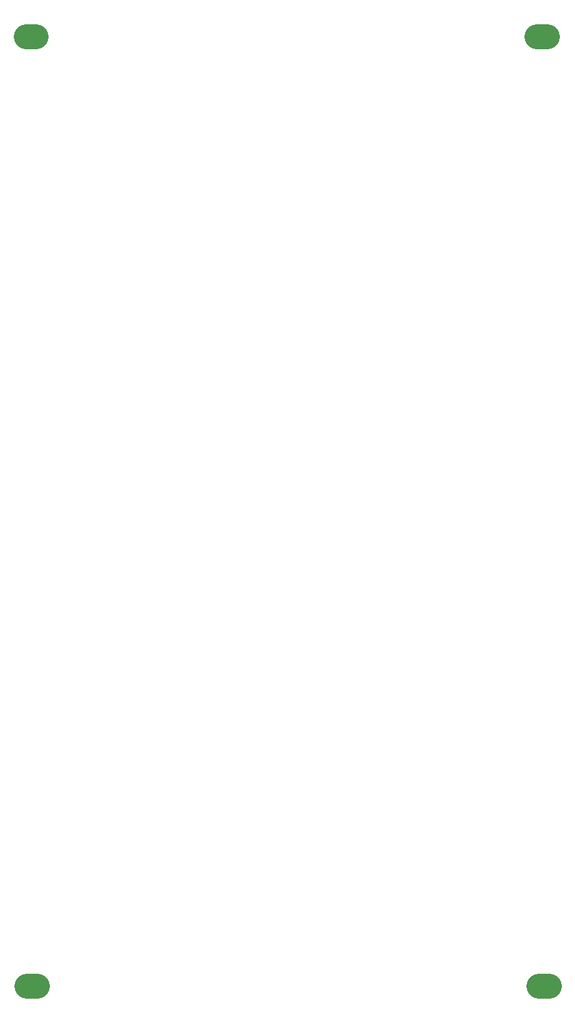
<source format=gbl>
G04 Layer: BottomLayer*
G04 EasyEDA v6.4.14, 2021-02-14T17:06:54+01:00*
G04 7968197435cc47b8ae8c81e71e0902fa,25b4ee72c661442e84e9813f09f547ec,10*
G04 Gerber Generator version 0.2*
G04 Scale: 100 percent, Rotated: No, Reflected: No *
G04 Dimensions in millimeters *
G04 leading zeros omitted , absolute positions ,4 integer and 5 decimal *
%FSLAX45Y45*%
%MOMM*%

%ADD11C,3.2000*%

%LPD*%
D11*
X678134Y12546599D02*
G01*
X808134Y12546599D01*
X7269434Y12546599D02*
G01*
X7399434Y12546599D01*
X690834Y303799D02*
G01*
X820834Y303799D01*
X7294834Y303799D02*
G01*
X7424834Y303799D01*
M02*

</source>
